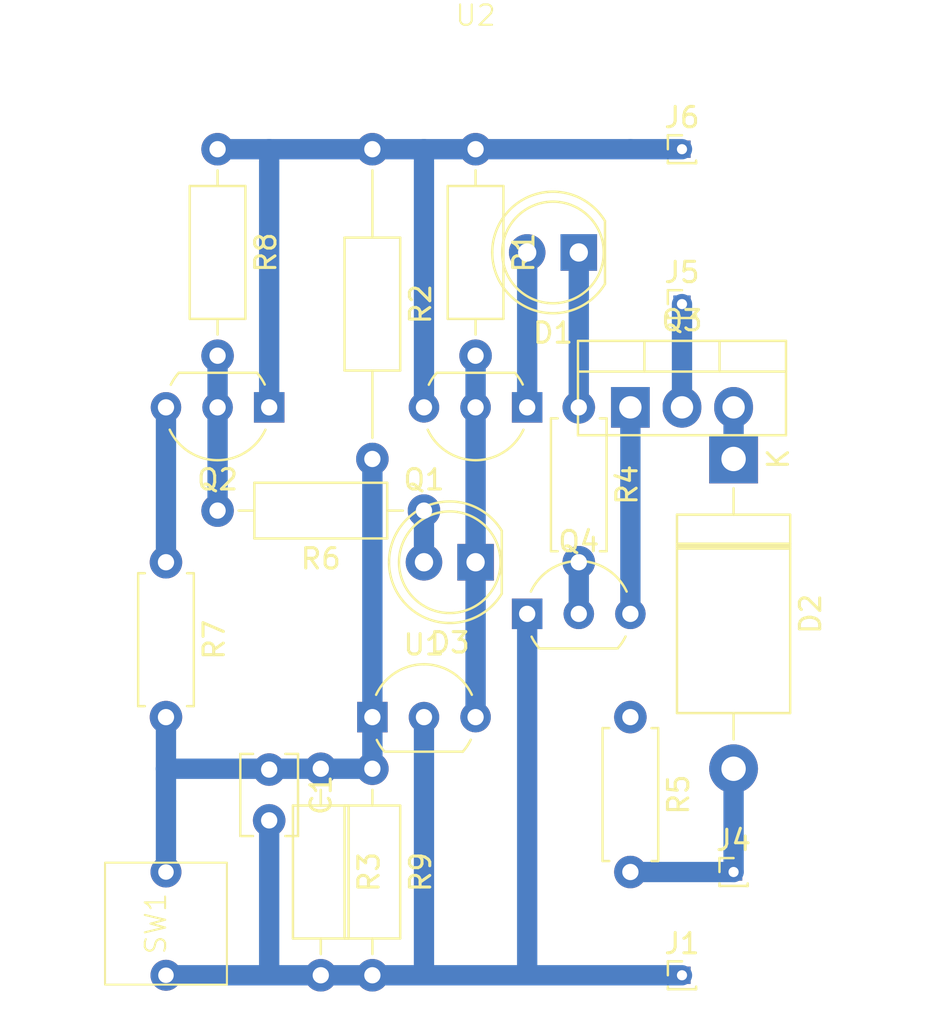
<source format=kicad_pcb>
(kicad_pcb (version 20240108) (generator "pcbnew") (generator_version "8.0")
  (layers (0 "F.Cu" signal) (31 "B.Cu" signal) (34 "B.Paste" user) (35 "F.Paste" user) (36 "B.SilkS" user "B.Silkscreen") (37 "F.SilkS" user "F.Silkscreen") (38 "B.Mask" user) (39 "F.Mask" user) (44 "Edge.Cuts" user))
  (net 0 "")
  (net 1 "Net-(D1-K)")
  (net 2 "Net-(D1-A)")
  (net 3 "Net-(D2-K)")
  (net 4 "Net-(D2-A)")
  (net 5 "Net-(D3-K)")
  (net 6 "Net-(D3-A)")
  (net 7 "GND")
  (net 8 "Net-(J5-Pin_1)")
  (net 9 "Net-(BT1-+)")
  (net 10 "Net-(Q2-C)")
  (net 11 "Net-(Q2-B)")
  (net 12 "Net-(Q3-G)")
  (net 13 "Net-(Q4-B)")
  (net 14 "Net-(U1-REF)")
  (footprint "Resistor_THT:R_Axial_DIN0207_L6.3mm_D2.5mm_P10.16mm_Horizontal" (layer "F.Cu") (at 142.24 99.06 180)
    (property "Reference" "R6" (at 5.08 -2.37 180) (layer "F.SilkS"))
    (property "Value" "5.1k")
    (fp_line (start 9.12 0) (end 8.35 0) (stroke (width 0.12)) (layer "F.SilkS"))
    (fp_line (start 8.35 1.37) (end 8.35 -1.37) (stroke (width 0.12)) (layer "F.SilkS"))
    (fp_line (start 8.35 -1.37) (end 1.81 -1.37) (stroke (width 0.12)) (layer "F.SilkS"))
    (fp_line (start 1.81 1.37) (end 8.35 1.37) (stroke (width 0.12)) (layer "F.SilkS"))
    (fp_line (start 1.81 -1.37) (end 1.81 1.37) (stroke (width 0.12)) (layer "F.SilkS"))
    (fp_line (start 1.04 0) (end 1.81 0) (stroke (width 0.12)) (layer "F.SilkS"))
    (pad "1" thru_hole circle (at 0 0 180) (size 1.6 1.6) (drill 0.8) (layers "*.Cu" "*.Mask") (net 6 "Net-(D3-A)"))
    (pad "2" thru_hole oval (at 10.16 0 180) (size 1.6 1.6) (drill 0.8) (layers "*.Cu" "*.Mask") (net 11 "Net-(Q2-B)"))
  )
  (footprint "Resistor_THT:R_Axial_DIN0207_L6.3mm_D2.5mm_P10.16mm_Horizontal" (layer "F.Cu") (at 139.7 111.76 -90)
    (property "Reference" "R9" (at 5.08 -2.37 -90) (layer "F.SilkS"))
    (property "Value" "27k")
    (fp_line (start 1.81 1.37) (end 8.35 1.37) (stroke (width 0.12)) (layer "F.SilkS"))
    (fp_line (start 8.35 1.37) (end 8.35 -1.37) (stroke (width 0.12)) (layer "F.SilkS"))
    (fp_line (start 1.04 0) (end 1.81 0) (stroke (width 0.12)) (layer "F.SilkS"))
    (fp_line (start 9.12 0) (end 8.35 0) (stroke (width 0.12)) (layer "F.SilkS"))
    (fp_line (start 1.81 -1.37) (end 1.81 1.37) (stroke (width 0.12)) (layer "F.SilkS"))
    (fp_line (start 8.35 -1.37) (end 1.81 -1.37) (stroke (width 0.12)) (layer "F.SilkS"))
    (pad "1" thru_hole circle (at 0 0 270) (size 1.6 1.6) (drill 0.8) (layers "*.Cu" "*.Mask") (net 14 "Net-(U1-REF)"))
    (pad "2" thru_hole oval (at 10.16 0 270) (size 1.6 1.6) (drill 0.8) (layers "*.Cu" "*.Mask") (net 7 "GND"))
  )
  (footprint "Resistor_THT:R_Axial_DIN0207_L6.3mm_D2.5mm_P10.16mm_Horizontal" (layer "F.Cu") (at 144.78 81.28 -90)
    (property "Reference" "R1" (at 5.08 -2.37 -90) (layer "F.SilkS"))
    (property "Value" "5.1k")
    (fp_line (start 1.81 1.37) (end 8.35 1.37) (stroke (width 0.12)) (layer "F.SilkS"))
    (fp_line (start 8.35 1.37) (end 8.35 -1.37) (stroke (width 0.12)) (layer "F.SilkS"))
    (fp_line (start 1.04 0) (end 1.81 0) (stroke (width 0.12)) (layer "F.SilkS"))
    (fp_line (start 9.12 0) (end 8.35 0) (stroke (width 0.12)) (layer "F.SilkS"))
    (fp_line (start 1.81 -1.37) (end 1.81 1.37) (stroke (width 0.12)) (layer "F.SilkS"))
    (fp_line (start 8.35 -1.37) (end 1.81 -1.37) (stroke (width 0.12)) (layer "F.SilkS"))
    (pad "1" thru_hole circle (at 0 0 270) (size 1.6 1.6) (drill 0.8) (layers "*.Cu" "*.Mask") (net 9 "Net-(BT1-+)"))
    (pad "2" thru_hole oval (at 10.16 0 270) (size 1.6 1.6) (drill 0.8) (layers "*.Cu" "*.Mask") (net 5 "Net-(D3-K)"))
  )
  (footprint "LED_THT:LED_D5.0mm_Clear" (layer "F.Cu") (at 149.86 86.36 180)
    (property "Reference" "D1" (at 1.27 -3.96 180) (layer "F.SilkS"))
    (property "Value" "LED")
    (fp_line (start -1.29 -1.545) (end -1.29 1.545) (stroke (width 0.12)) (layer "F.SilkS"))
    (fp_arc (start 4.26 -0.000462) (mid 2.072002 2.880433) (end -1.29 1.54483) (stroke (width 0.12)) (layer "F.SilkS"))
    (fp_arc (start -1.29 -1.54483) (mid 2.072002 -2.880433) (end 4.26 0.000462) (stroke (width 0.12)) (layer "F.SilkS"))
    (fp_circle (center 1.27 0) (end 3.77 0) (stroke (width 0.12)) (fill none) (layer "F.SilkS"))
    (pad "1" thru_hole rect (at 0 0 180) (size 1.8 1.8) (drill 0.9) (layers "*.Cu" "*.Mask") (net 1 "Net-(D1-K)"))
    (pad "2" thru_hole circle (at 2.54 0 180) (size 1.8 1.8) (drill 0.9) (layers "*.Cu" "*.Mask") (net 2 "Net-(D1-A)"))
  )
  (footprint "Connector_PinHeader_1.00mm:PinHeader_1x01_P1.00mm_Vertical" (layer "F.Cu") (at 157.48 116.84)
    (property "Reference" "J4" (at 0 -1.56 0) (layer "F.SilkS"))
    (property "Value" "Conn_01x01_Pin")
    (fp_line (start -0.695 -0.685) (end 0 -0.685) (stroke (width 0.12)) (layer "F.SilkS"))
    (fp_line (start -0.695 0) (end -0.695 -0.685) (stroke (width 0.12)) (layer "F.SilkS"))
    (fp_line (start -0.695 0.685) (end -0.695 0.56) (stroke (width 0.12)) (layer "F.SilkS"))
    (fp_line (start -0.695 0.685) (end -0.608276 0.685) (stroke (width 0.12)) (layer "F.SilkS"))
    (fp_line (start -0.695 0.685) (end 0.695 0.685) (stroke (width 0.12)) (layer "F.SilkS"))
    (fp_line (start 0.608276 0.685) (end 0.695 0.685) (stroke (width 0.12)) (layer "F.SilkS"))
    (fp_line (start 0.695 0.685) (end 0.695 0.56) (stroke (width 0.12)) (layer "F.SilkS"))
    (pad "1" thru_hole rect (at 0 0) (size 0.85 0.85) (drill 0.5) (layers "*.Cu" "*.Mask") (net 4 "Net-(D2-A)"))
  )
  (footprint "Resistor_THT:R_Axial_DIN0207_L6.3mm_D2.5mm_P10.16mm_Horizontal" (layer "F.Cu") (at 137.16 111.76 -90)
    (property "Reference" "R3" (at 5.08 -2.37 -90) (layer "F.SilkS"))
    (property "Value" "1.2k")
    (fp_line (start 1.81 1.37) (end 8.35 1.37) (stroke (width 0.12)) (layer "F.SilkS"))
    (fp_line (start 8.35 1.37) (end 8.35 -1.37) (stroke (width 0.12)) (layer "F.SilkS"))
    (fp_line (start 1.04 0) (end 1.81 0) (stroke (width 0.12)) (layer "F.SilkS"))
    (fp_line (start 9.12 0) (end 8.35 0) (stroke (width 0.12)) (layer "F.SilkS"))
    (fp_line (start 1.81 -1.37) (end 1.81 1.37) (stroke (width 0.12)) (layer "F.SilkS"))
    (fp_line (start 8.35 -1.37) (end 1.81 -1.37) (stroke (width 0.12)) (layer "F.SilkS"))
    (pad "1" thru_hole circle (at 0 0 270) (size 1.6 1.6) (drill 0.8) (layers "*.Cu" "*.Mask") (net 14 "Net-(U1-REF)"))
    (pad "2" thru_hole oval (at 10.16 0 270) (size 1.6 1.6) (drill 0.8) (layers "*.Cu" "*.Mask") (net 7 "GND"))
  )
  (footprint "Connector_PinHeader_1.00mm:PinHeader_1x01_P1.00mm_Vertical" (layer "F.Cu") (at 154.94 121.92)
    (property "Reference" "J1" (at 0 -1.56 0) (layer "F.SilkS"))
    (property "Value" "Conn_01x01_Pin")
    (fp_line (start -0.695 -0.685) (end 0 -0.685) (stroke (width 0.12)) (layer "F.SilkS"))
    (fp_line (start -0.695 0) (end -0.695 -0.685) (stroke (width 0.12)) (layer "F.SilkS"))
    (fp_line (start -0.695 0.685) (end -0.695 0.56) (stroke (width 0.12)) (layer "F.SilkS"))
    (fp_line (start -0.695 0.685) (end -0.608276 0.685) (stroke (width 0.12)) (layer "F.SilkS"))
    (fp_line (start -0.695 0.685) (end 0.695 0.685) (stroke (width 0.12)) (layer "F.SilkS"))
    (fp_line (start 0.608276 0.685) (end 0.695 0.685) (stroke (width 0.12)) (layer "F.SilkS"))
    (fp_line (start 0.695 0.685) (end 0.695 0.56) (stroke (width 0.12)) (layer "F.SilkS"))
    (pad "1" thru_hole rect (at 0 0) (size 0.85 0.85) (drill 0.5) (layers "*.Cu" "*.Mask") (net 7 "GND"))
  )
  (footprint "Package_TO_SOT_THT:TO-92L_Inline_Wide" (layer "F.Cu") (at 134.62 93.98 180)
    (property "Reference" "Q2" (at 2.54 -3.56 180) (layer "F.SilkS"))
    (property "Value" "Q_PNP_EBC")
    (fp_line (start 0.6 1.7) (end 4.45 1.7) (stroke (width 0.12)) (layer "F.SilkS"))
    (fp_arc (start 4.842383 1.112264) (mid 4.666594 1.419753) (end 4.45 1.7) (stroke (width 0.12)) (layer "F.SilkS"))
    (fp_arc (start 2.54 -2.6) (mid 3.936979 -2.192818) (end 4.8964 -1.098807) (stroke (width 0.12)) (layer "F.SilkS"))
    (fp_arc (start 0.6 1.7) (mid 0.389183 1.423933) (end 0.217369 1.122045) (stroke (width 0.12)) (layer "F.SilkS"))
    (fp_arc (start 0.1836 -1.098807) (mid 1.143021 -2.192817) (end 2.54 -2.6) (stroke (width 0.12)) (layer "F.SilkS"))
    (pad "1" thru_hole rect (at 0 0 180) (size 1.5 1.5) (drill 0.8) (layers "*.Cu" "*.Mask") (net 9 "Net-(BT1-+)"))
    (pad "2" thru_hole circle (at 2.54 0 180) (size 1.5 1.5) (drill 0.8) (layers "*.Cu" "*.Mask") (net 11 "Net-(Q2-B)"))
    (pad "3" thru_hole circle (at 5.08 0 180) (size 1.5 1.5) (drill 0.8) (layers "*.Cu" "*.Mask") (net 10 "Net-(Q2-C)"))
  )
  (footprint "Package_TO_SOT_THT:TO-92L_Inline_Wide" (layer "F.Cu") (at 147.32 93.98 180)
    (property "Reference" "Q1" (at 5.08 -3.56 180) (layer "F.SilkS"))
    (property "Value" "Q_NPN_EBC")
    (fp_line (start 0.6 1.7) (end 4.45 1.7) (stroke (width 0.12)) (layer "F.SilkS"))
    (fp_arc (start 4.842383 1.112264) (mid 4.666594 1.419753) (end 4.45 1.7) (stroke (width 0.12)) (layer "F.SilkS"))
    (fp_arc (start 2.54 -2.6) (mid 3.936979 -2.192818) (end 4.8964 -1.098807) (stroke (width 0.12)) (layer "F.SilkS"))
    (fp_arc (start 0.6 1.7) (mid 0.389183 1.423933) (end 0.217369 1.122045) (stroke (width 0.12)) (layer "F.SilkS"))
    (fp_arc (start 0.1836 -1.098807) (mid 1.143021 -2.192817) (end 2.54 -2.6) (stroke (width 0.12)) (layer "F.SilkS"))
    (pad "1" thru_hole rect (at 0 0 180) (size 1.5 1.5) (drill 0.8) (layers "*.Cu" "*.Mask") (net 2 "Net-(D1-A)"))
    (pad "2" thru_hole circle (at 2.54 0 180) (size 1.5 1.5) (drill 0.8) (layers "*.Cu" "*.Mask") (net 5 "Net-(D3-K)"))
    (pad "3" thru_hole circle (at 5.08 0 180) (size 1.5 1.5) (drill 0.8) (layers "*.Cu" "*.Mask") (net 9 "Net-(BT1-+)"))
  )
  (footprint "Diode_THT:D_DO-27_P15.24mm_Horizontal" (layer "F.Cu") (at 157.48 96.52 -90)
    (property "Reference" "D2" (at 7.62 -3.785 90) (layer "F.SilkS"))
    (property "Value" "D_Filled")
    (fp_line (start 2.74 2.785) (end 12.5 2.785) (stroke (width 0.12)) (layer "F.SilkS"))
    (fp_line (start 12.5 2.785) (end 12.5 -2.785) (stroke (width 0.12)) (layer "F.SilkS"))
    (fp_line (start 1.44 0) (end 2.74 0) (stroke (width 0.12)) (layer "F.SilkS"))
    (fp_line (start 13.8 0) (end 12.5 0) (stroke (width 0.12)) (layer "F.SilkS"))
    (fp_line (start 2.74 -2.785) (end 2.74 2.785) (stroke (width 0.12)) (layer "F.SilkS"))
    (fp_line (start 4.168 -2.785) (end 4.168 2.785) (stroke (width 0.12)) (layer "F.SilkS"))
    (fp_line (start 4.288 -2.785) (end 4.288 2.785) (stroke (width 0.12)) (layer "F.SilkS"))
    (fp_line (start 4.408 -2.785) (end 4.408 2.785) (stroke (width 0.12)) (layer "F.SilkS"))
    (fp_line (start 12.5 -2.785) (end 2.74 -2.785) (stroke (width 0.12)) (layer "F.SilkS"))
    (fp_text user "K" (at 0 -2.2 90) (layer "F.SilkS"))
    (pad "1" thru_hole rect (at 0 0 270) (size 2.4 2.4) (drill 1.2) (layers "*.Cu" "*.Mask") (net 3 "Net-(D2-K)"))
    (pad "2" thru_hole oval (at 15.24 0 270) (size 2.4 2.4) (drill 1.2) (layers "*.Cu" "*.Mask") (net 4 "Net-(D2-A)"))
  )
  (footprint "Resistor_THT:R_Axial_DIN0207_L6.3mm_D2.5mm_P7.62mm_Horizontal" (layer "F.Cu") (at 149.86 93.98 -90)
    (property "Reference" "R4" (at 3.81 -2.37 90) (layer "F.SilkS"))
    (property "Value" "5.1k")
    (fp_line (start 0.54 1.37) (end 7.08 1.37) (stroke (width 0.12)) (layer "F.SilkS"))
    (fp_line (start 7.08 1.37) (end 7.08 1.04) (stroke (width 0.12)) (layer "F.SilkS"))
    (fp_line (start 0.54 1.04) (end 0.54 1.37) (stroke (width 0.12)) (layer "F.SilkS"))
    (fp_line (start 0.54 -1.04) (end 0.54 -1.37) (stroke (width 0.12)) (layer "F.SilkS"))
    (fp_line (start 0.54 -1.37) (end 7.08 -1.37) (stroke (width 0.12)) (layer "F.SilkS"))
    (fp_line (start 7.08 -1.37) (end 7.08 -1.04) (stroke (width 0.12)) (layer "F.SilkS"))
    (pad "1" thru_hole circle (at 0 0 270) (size 1.6 1.6) (drill 0.8) (layers "*.Cu" "*.Mask") (net 1 "Net-(D1-K)"))
    (pad "2" thru_hole oval (at 7.62 0 270) (size 1.6 1.6) (drill 0.8) (layers "*.Cu" "*.Mask") (net 13 "Net-(Q4-B)"))
  )
  (footprint "Connector_PinHeader_1.00mm:PinHeader_1x01_P1.00mm_Vertical" (layer "F.Cu") (at 154.94 88.9)
    (property "Reference" "J5" (at 0 -1.56 0) (layer "F.SilkS"))
    (property "Value" "Conn_01x01_Pin")
    (fp_line (start -0.695 -0.685) (end 0 -0.685) (stroke (width 0.12)) (layer "F.SilkS"))
    (fp_line (start -0.695 0) (end -0.695 -0.685) (stroke (width 0.12)) (layer "F.SilkS"))
    (fp_line (start -0.695 0.685) (end -0.695 0.56) (stroke (width 0.12)) (layer "F.SilkS"))
    (fp_line (start -0.695 0.685) (end -0.608276 0.685) (stroke (width 0.12)) (layer "F.SilkS"))
    (fp_line (start -0.695 0.685) (end 0.695 0.685) (stroke (width 0.12)) (layer "F.SilkS"))
    (fp_line (start 0.608276 0.685) (end 0.695 0.685) (stroke (width 0.12)) (layer "F.SilkS"))
    (fp_line (start 0.695 0.685) (end 0.695 0.56) (stroke (width 0.12)) (layer "F.SilkS"))
    (pad "1" thru_hole rect (at 0 0) (size 0.85 0.85) (drill 0.5) (layers "*.Cu" "*.Mask") (net 8 "Net-(J5-Pin_1)"))
  )
  (footprint "Package_TO_SOT_THT:TO-220-3_Vertical" (layer "F.Cu") (at 152.4 93.98)
    (property "Reference" "Q3" (at 2.54 -4.27 0) (layer "F.SilkS"))
    (property "Value" "IRF9540N")
    (fp_line (start -2.58 -3.27) (end -2.58 1.371) (stroke (width 0.12)) (layer "F.SilkS"))
    (fp_line (start -2.58 -3.27) (end 7.66 -3.27) (stroke (width 0.12)) (layer "F.SilkS"))
    (fp_line (start -2.58 -1.76) (end 7.66 -1.76) (stroke (width 0.12)) (layer "F.SilkS"))
    (fp_line (start -2.58 1.371) (end 7.66 1.371) (stroke (width 0.12)) (layer "F.SilkS"))
    (fp_line (start 0.69 -3.27) (end 0.69 -1.76) (stroke (width 0.12)) (layer "F.SilkS"))
    (fp_line (start 4.391 -3.27) (end 4.391 -1.76) (stroke (width 0.12)) (layer "F.SilkS"))
    (fp_line (start 7.66 -3.27) (end 7.66 1.371) (stroke (width 0.12)) (layer "F.SilkS"))
    (pad "1" thru_hole rect (at 0 0) (size 1.905 2) (drill 1.1) (layers "*.Cu" "*.Mask") (net 12 "Net-(Q3-G)"))
    (pad "2" thru_hole oval (at 2.54 0) (size 1.905 2) (drill 1.1) (layers "*.Cu" "*.Mask") (net 8 "Net-(J5-Pin_1)"))
    (pad "3" thru_hole oval (at 5.08 0) (size 1.905 2) (drill 1.1) (layers "*.Cu" "*.Mask") (net 3 "Net-(D2-K)"))
  )
  (footprint "User_Library:Prototype_Board" (layer "F.Cu") (at 144.78 101.6)
    (property "Reference" "U2" (at 0 -26.9 0) (layer "F.SilkS") (effects (font (thickness 0.1))))
    (property "Value" "~")
  )
  (footprint "Resistor_THT:R_Axial_DIN0207_L6.3mm_D2.5mm_P7.62mm_Horizontal" (layer "F.Cu") (at 152.4 109.22 -90)
    (property "Reference" "R5" (at 3.81 -2.37 90) (layer "F.SilkS"))
    (property "Value" "39k")
    (fp_line (start 0.54 1.37) (end 7.08 1.37) (stroke (width 0.12)) (layer "F.SilkS"))
    (fp_line (start 7.08 1.37) (end 7.08 1.04) (stroke (width 0.12)) (layer "F.SilkS"))
    (fp_line (start 0.54 1.04) (end 0.54 1.37) (stroke (width 0.12)) (layer "F.SilkS"))
    (fp_line (start 0.54 -1.04) (end 0.54 -1.37) (stroke (width 0.12)) (layer "F.SilkS"))
    (fp_line (start 0.54 -1.37) (end 7.08 -1.37) (stroke (width 0.12)) (layer "F.SilkS"))
    (fp_line (start 7.08 -1.37) (end 7.08 -1.04) (stroke (width 0.12)) (layer "F.SilkS"))
    (pad "1" thru_hole circle (at 0 0 270) (size 1.6 1.6) (drill 0.8) (layers "*.Cu" "*.Mask") (net 12 "Net-(Q3-G)"))
    (pad "2" thru_hole oval (at 7.62 0 270) (size 1.6 1.6) (drill 0.8) (layers "*.Cu" "*.Mask") (net 4 "Net-(D2-A)"))
  )
  (footprint "Package_TO_SOT_THT:TO-92L_Inline_Wide" (layer "F.Cu") (at 147.32 104.14)
    (property "Reference" "Q4" (at 2.54 -3.56 0) (layer "F.SilkS"))
    (property "Value" "Q_NPN_EBC")
    (fp_line (start 0.6 1.7) (end 4.45 1.7) (stroke (width 0.12)) (layer "F.SilkS"))
    (fp_arc (start 0.1836 -1.098807) (mid 1.143021 -2.192817) (end 2.54 -2.6) (stroke (width 0.12)) (layer "F.SilkS"))
    (fp_arc (start 0.6 1.7) (mid 0.389183 1.423933) (end 0.217369 1.122045) (stroke (width 0.12)) (layer "F.SilkS"))
    (fp_arc (start 2.54 -2.6) (mid 3.936979 -2.192818) (end 4.8964 -1.098807) (stroke (width 0.12)) (layer "F.SilkS"))
    (fp_arc (start 4.842383 1.112264) (mid 4.666594 1.419753) (end 4.45 1.7) (stroke (width 0.12)) (layer "F.SilkS"))
    (pad "1" thru_hole rect (at 0 0) (size 1.5 1.5) (drill 0.8) (layers "*.Cu" "*.Mask") (net 7 "GND"))
    (pad "2" thru_hole circle (at 2.54 0) (size 1.5 1.5) (drill 0.8) (layers "*.Cu" "*.Mask") (net 13 "Net-(Q4-B)"))
    (pad "3" thru_hole circle (at 5.08 0) (size 1.5 1.5) (drill 0.8) (layers "*.Cu" "*.Mask") (net 12 "Net-(Q3-G)"))
  )
  (footprint "LED_THT:LED_D5.0mm_Clear" (layer "F.Cu") (at 144.78 101.6 180)
    (property "Reference" "D3" (at 1.27 -3.96 180) (layer "F.SilkS"))
    (property "Value" "LED")
    (fp_line (start -1.29 -1.545) (end -1.29 1.545) (stroke (width 0.12)) (layer "F.SilkS"))
    (fp_arc (start 4.26 -0.000462) (mid 2.072002 2.880433) (end -1.29 1.54483) (stroke (width 0.12)) (layer "F.SilkS"))
    (fp_arc (start -1.29 -1.54483) (mid 2.072002 -2.880433) (end 4.26 0.000462) (stroke (width 0.12)) (layer "F.SilkS"))
    (fp_circle (center 1.27 0) (end 3.77 0) (stroke (width 0.12)) (fill none) (layer "F.SilkS"))
    (pad "1" thru_hole rect (at 0 0 180) (size 1.8 1.8) (drill 0.9) (layers "*.Cu" "*.Mask") (net 5 "Net-(D3-K)"))
    (pad "2" thru_hole circle (at 2.54 0 180) (size 1.8 1.8) (drill 0.9) (layers "*.Cu" "*.Mask") (net 6 "Net-(D3-A)"))
  )
  (footprint "Package_TO_SOT_THT:TO-92L_Inline_Wide" (layer "F.Cu") (at 139.7 109.22)
    (property "Reference" "U1" (at 2.54 -3.56 0) (layer "F.SilkS"))
    (property "Value" "TL431LP")
    (fp_line (start 0.6 1.7) (end 4.45 1.7) (stroke (width 0.12)) (layer "F.SilkS"))
    (fp_arc (start 0.1836 -1.098807) (mid 1.143021 -2.192817) (end 2.54 -2.6) (stroke (width 0.12)) (layer "F.SilkS"))
    (fp_arc (start 0.6 1.7) (mid 0.389183 1.423933) (end 0.217369 1.122045) (stroke (width 0.12)) (layer "F.SilkS"))
    (fp_arc (start 2.54 -2.6) (mid 3.936979 -2.192818) (end 4.8964 -1.098807) (stroke (width 0.12)) (layer "F.SilkS"))
    (fp_arc (start 4.842383 1.112264) (mid 4.666594 1.419753) (end 4.45 1.7) (stroke (width 0.12)) (layer "F.SilkS"))
    (pad "1" thru_hole rect (at 0 0) (size 1.5 1.5) (drill 0.8) (layers "*.Cu" "*.Mask") (net 14 "Net-(U1-REF)"))
    (pad "2" thru_hole circle (at 2.54 0) (size 1.5 1.5) (drill 0.8) (layers "*.Cu" "*.Mask") (net 7 "GND"))
    (pad "3" thru_hole circle (at 5.08 0) (size 1.5 1.5) (drill 0.8) (layers "*.Cu" "*.Mask") (net 5 "Net-(D3-K)"))
  )
  (footprint "Capacitor_THT:C_Disc_D3.8mm_W2.6mm_P2.50mm" (layer "F.Cu") (at 134.62 111.8 -90)
    (property "Reference" "C1" (at 1.25 -2.55 90) (layer "F.SilkS"))
    (property "Value" "C")
    (fp_line (start -0.77 1.42) (end 3.27 1.42) (stroke (width 0.12)) (layer "F.SilkS"))
    (fp_line (start -0.77 0.795) (end -0.77 1.42) (stroke (width 0.12)) (layer "F.SilkS"))
    (fp_line (start 3.27 0.795) (end 3.27 1.42) (stroke (width 0.12)) (layer "F.SilkS"))
    (fp_line (start -0.77 -1.42) (end -0.77 -0.795) (stroke (width 0.12)) (layer "F.SilkS"))
    (fp_line (start -0.77 -1.42) (end 3.27 -1.42) (stroke (width 0.12)) (layer "F.SilkS"))
    (fp_line (start 3.27 -1.42) (end 3.27 -0.795) (stroke (width 0.12)) (layer "F.SilkS"))
    (pad "1" thru_hole circle (at 0 0 270) (size 1.6 1.6) (drill 0.8) (layers "*.Cu" "*.Mask") (net 14 "Net-(U1-REF)"))
    (pad "2" thru_hole circle (at 2.5 0 270) (size 1.6 1.6) (drill 0.8) (layers "*.Cu" "*.Mask") (net 7 "GND"))
  )
  (footprint "Connector_PinHeader_1.00mm:PinHeader_1x01_P1.00mm_Vertical" (layer "F.Cu") (at 154.94 81.28)
    (property "Reference" "J6" (at 0 -1.56 0) (layer "F.SilkS"))
    (property "Value" "Conn_01x01_Pin")
    (fp_line (start -0.695 -0.685) (end 0 -0.685) (stroke (width 0.12)) (layer "F.SilkS"))
    (fp_line (start -0.695 0) (end -0.695 -0.685) (stroke (width 0.12)) (layer "F.SilkS"))
    (fp_line (start -0.695 0.685) (end -0.695 0.56) (stroke (width 0.12)) (layer "F.SilkS"))
    (fp_line (start -0.695 0.685) (end -0.608276 0.685) (stroke (width 0.12)) (layer "F.SilkS"))
    (fp_line (start -0.695 0.685) (end 0.695 0.685) (stroke (width 0.12)) (layer "F.SilkS"))
    (fp_line (start 0.608276 0.685) (end 0.695 0.685) (stroke (width 0.12)) (layer "F.SilkS"))
    (fp_line (start 0.695 0.685) (end 0.695 0.56) (stroke (width 0.12)) (layer "F.SilkS"))
    (pad "1" thru_hole rect (at 0 0) (size 0.85 0.85) (drill 0.5) (layers "*.Cu" "*.Mask") (net 9 "Net-(BT1-+)"))
  )
  (footprint "Resistor_THT:R_Axial_DIN0207_L6.3mm_D2.5mm_P15.24mm_Horizontal" (layer "F.Cu") (at 139.7 81.28 -90)
    (property "Reference" "R2" (at 7.62 -2.37 -90) (layer "F.SilkS"))
    (property "Value" "5.6k")
    (fp_line (start 4.35 1.37) (end 10.89 1.37) (stroke (width 0.12)) (layer "F.SilkS"))
    (fp_line (start 10.89 1.37) (end 10.89 -1.37) (stroke (width 0.12)) (layer "F.SilkS"))
    (fp_line (start 1.04 0) (end 4.35 0) (stroke (width 0.12)) (layer "F.SilkS"))
    (fp_line (start 14.2 0) (end 10.89 0) (stroke (width 0.12)) (layer "F.SilkS"))
    (fp_line (start 4.35 -1.37) (end 4.35 1.37) (stroke (width 0.12)) (layer "F.SilkS"))
    (fp_line (start 10.89 -1.37) (end 4.35 -1.37) (stroke (width 0.12)) (layer "F.SilkS"))
    (pad "1" thru_hole circle (at 0 0 270) (size 1.6 1.6) (drill 0.8) (layers "*.Cu" "*.Mask") (net 9 "Net-(BT1-+)"))
    (pad "2" thru_hole oval (at 15.24 0 270) (size 1.6 1.6) (drill 0.8) (layers "*.Cu" "*.Mask") (net 14 "Net-(U1-REF)"))
  )
  (footprint "Resistor_THT:R_Axial_DIN0207_L6.3mm_D2.5mm_P7.62mm_Horizontal" (layer "F.Cu") (at 129.54 101.6 -90)
    (property "Reference" "R7" (at 3.81 -2.37 -90) (layer "F.SilkS"))
    (property "Value" "12k")
    (fp_line (start 0.54 1.37) (end 7.08 1.37) (stroke (width 0.12)) (layer "F.SilkS"))
    (fp_line (start 7.08 1.37) (end 7.08 1.04) (stroke (width 0.12)) (layer "F.SilkS"))
    (fp_line (start 0.54 1.04) (end 0.54 1.37) (stroke (width 0.12)) (layer "F.SilkS"))
    (fp_line (start 0.54 -1.04) (end 0.54 -1.37) (stroke (width 0.12)) (layer "F.SilkS"))
    (fp_line (start 0.54 -1.37) (end 7.08 -1.37) (stroke (width 0.12)) (layer "F.SilkS"))
    (fp_line (start 7.08 -1.37) (end 7.08 -1.04) (stroke (width 0.12)) (layer "F.SilkS"))
    (pad "1" thru_hole circle (at 0 0 270) (size 1.6 1.6) (drill 0.8) (layers "*.Cu" "*.Mask") (net 10 "Net-(Q2-C)"))
    (pad "2" thru_hole oval (at 7.62 0 270) (size 1.6 1.6) (drill 0.8) (layers "*.Cu" "*.Mask") (net 14 "Net-(U1-REF)"))
  )
  (footprint "User_Library:SW_Push" (layer "F.Cu") (at 129.54 119.38 90)
    (property "Reference" "SW1" (at 0 -0.5 90) (layer "F.SilkS") (effects (font (thickness 0.1))))
    (property "Value" "SW_Push")
    (fp_rect (start -3 -3) (end 3 3) (stroke (width 0.1)) (fill none) (layer "F.SilkS"))
    (pad "1" thru_hole circle (at -2.54 0 90) (size 1.524 1.524) (drill 0.762) (layers "*.Cu" "*.Mask") (net 7 "GND"))
    (pad "2" thru_hole circle (at 2.54 0 90) (size 1.524 1.524) (drill 0.762) (layers "*.Cu" "*.Mask") (net 14 "Net-(U1-REF)"))
  )
  (footprint "Resistor_THT:R_Axial_DIN0207_L6.3mm_D2.5mm_P10.16mm_Horizontal" (layer "F.Cu") (at 132.08 81.28 -90)
    (property "Reference" "R8" (at 5.08 -2.37 90) (layer "F.SilkS"))
    (property "Value" "56k")
    (fp_line (start 1.81 1.37) (end 8.35 1.37) (stroke (width 0.12)) (layer "F.SilkS"))
    (fp_line (start 8.35 1.37) (end 8.35 -1.37) (stroke (width 0.12)) (layer "F.SilkS"))
    (fp_line (start 1.04 0) (end 1.81 0) (stroke (width 0.12)) (layer "F.SilkS"))
    (fp_line (start 9.12 0) (end 8.35 0) (stroke (width 0.12)) (layer "F.SilkS"))
    (fp_line (start 1.81 -1.37) (end 1.81 1.37) (stroke (width 0.12)) (layer "F.SilkS"))
    (fp_line (start 8.35 -1.37) (end 1.81 -1.37) (stroke (width 0.12)) (layer "F.SilkS"))
    (pad "1" thru_hole circle (at 0 0 270) (size 1.6 1.6) (drill 0.8) (layers "*.Cu" "*.Mask") (net 9 "Net-(BT1-+)"))
    (pad "2" thru_hole oval (at 10.16 0 270) (size 1.6 1.6) (drill 0.8) (layers "*.Cu" "*.Mask") (net 11 "Net-(Q2-B)"))
  )
  (segment (start 149.86 93.98) (end 149.86 86.36) (width 1) (layer "B.Cu") (net 1))
  (segment (start 147.32 93.98) (end 147.32 86.36) (width 1) (layer "B.Cu") (net 2))
  (segment (start 157.48 93.98) (end 157.48 96.52) (width 1) (layer "B.Cu") (net 3))
  (segment (start 152.4 116.84) (end 157.48 116.84) (width 1) (layer "B.Cu") (net 4))
  (segment (start 157.48 111.76) (end 157.48 116.84) (width 1) (layer "B.Cu") (net 4))
  (segment (start 144.78 109.22) (end 144.78 101.6) (width 1) (layer "B.Cu") (net 5))
  (segment (start 144.78 101.6) (end 144.78 93.98) (width 1) (layer "B.Cu") (net 5))
  (segment (start 144.78 91.44) (end 144.78 93.98) (width 1) (layer "B.Cu") (net 5))
  (segment (start 142.24 99.06) (end 142.24 101.6) (width 1) (layer "B.Cu") (net 6))
  (segment (start 134.62 114.3) (end 134.62 121.92) (width 1) (layer "B.Cu") (net 7))
  (segment (start 137.16 121.92) (end 134.62 121.92) (width 1) (layer "B.Cu") (net 7))
  (segment (start 134.62 121.92) (end 129.54 121.92) (width 1) (layer "B.Cu") (net 7))
  (segment (start 142.24 109.22) (end 142.24 121.92) (width 1) (layer "B.Cu") (net 7))
  (segment (start 147.32 121.92) (end 142.24 121.92) (width 1) (layer "B.Cu") (net 7))
  (segment (start 147.32 104.14) (end 147.32 121.92) (width 1) (layer "B.Cu") (net 7))
  (segment (start 142.24 121.92) (end 139.7 121.92) (width 1) (layer "B.Cu") (net 7))
  (segment (start 154.94 121.92) (end 147.32 121.92) (width 1) (layer "B.Cu") (net 7))
  (segment (start 139.7 121.92) (end 137.16 121.92) (width 1) (layer "B.Cu") (net 7))
  (segment (start 154.94 88.9) (end 154.94 93.98) (width 1) (layer "B.Cu") (net 8))
  (segment (start 134.62 93.98) (end 134.62 81.28) (width 1) (layer "B.Cu") (net 9))
  (segment (start 154.94 81.28) (end 152.4 81.28) (width 1) (layer "B.Cu") (net 9))
  (segment (start 152.4 81.28) (end 142.24 81.28) (width 1) (layer "B.Cu") (net 9))
  (segment (start 134.62 81.28) (end 132.08 81.28) (width 1) (layer "B.Cu") (net 9))
  (segment (start 142.24 81.28) (end 134.62 81.28) (width 1) (layer "B.Cu") (net 9))
  (segment (start 142.24 93.98) (end 142.24 81.28) (width 1) (layer "B.Cu") (net 9))
  (segment (start 129.54 93.98) (end 129.54 101.6) (width 1) (layer "B.Cu") (net 10))
  (segment (start 132.08 91.44) (end 132.08 93.98) (width 1) (layer "B.Cu") (net 11))
  (segment (start 132.08 99.06) (end 132.08 93.98) (width 1) (layer "B.Cu") (net 11))
  (segment (start 152.4 93.98) (end 152.4 104.14) (width 1) (layer "B.Cu") (net 12))
  (segment (start 149.86 101.6) (end 149.86 104.14) (width 1) (layer "B.Cu") (net 13))
  (segment (start 137.16 111.76) (end 129.54 111.76) (width 1) (layer "B.Cu") (net 14))
  (segment (start 137.16 111.76) (end 139.7 111.76) (width 1) (layer "B.Cu") (net 14))
  (segment (start 129.54 111.76) (end 129.54 116.84) (width 1) (layer "B.Cu") (net 14))
  (segment (start 129.54 109.22) (end 129.54 111.76) (width 1) (layer "B.Cu") (net 14))
  (segment (start 139.7 96.52) (end 139.7 109.22) (width 1) (layer "B.Cu") (net 14))
  (segment (start 139.7 109.22) (end 139.7 111.76) (width 1) (layer "B.Cu") (net 14))
)
</source>
